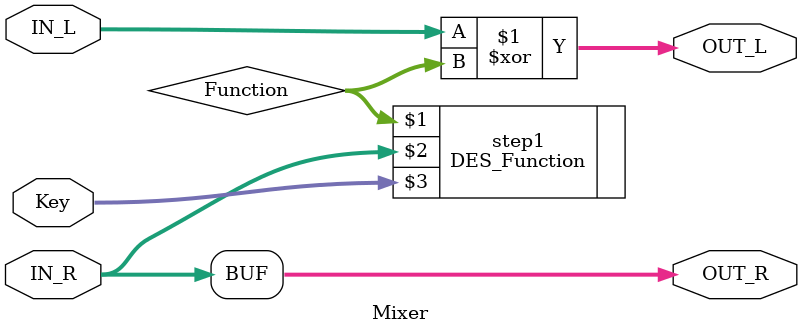
<source format=v>
`timescale 1ns / 1ps

module Mixer(
    output [1:32] OUT_L,
    output [1:32] OUT_R,
    input [1:32] IN_L,
    input [1:32] IN_R,
    input [1:48] Key
    );
   wire [1:32] Function;
   DES_Function step1(Function,IN_R,Key);
   assign OUT_L = IN_L^Function;
   //xor step2(OUT_L,IN_L,Function);
   assign OUT_R = IN_R;
    
endmodule

</source>
